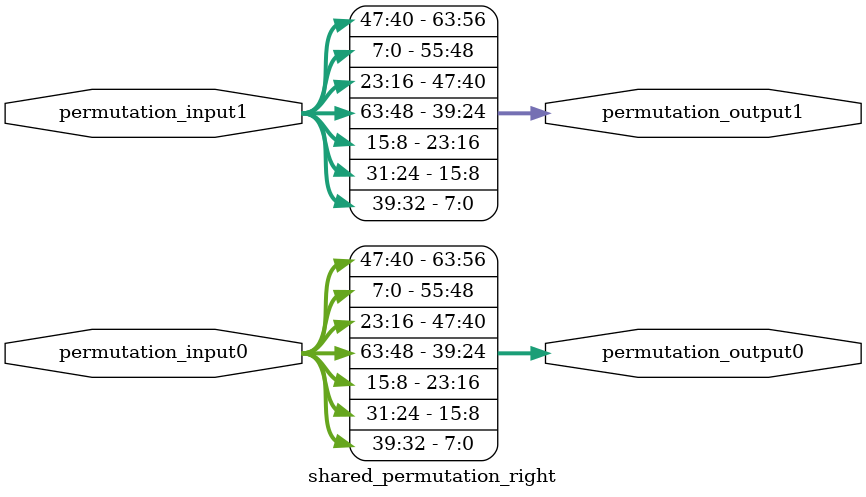
<source format=v>
`timescale 1ns / 1ps
module shared_permutation_right(
	input [63:0] permutation_input0,
	input [63:0] permutation_input1,
	
    output [63:0] permutation_output0,
    output [63:0] permutation_output1
    );
	
	assign permutation_output0 = {permutation_input0[47:40],
                                  permutation_input0[07:00],
                                  permutation_input0[23:16],
                                  permutation_input0[63:56],
                                  permutation_input0[55:48],
                                  permutation_input0[15:08],
                                  permutation_input0[31:24],
                                  permutation_input0[39:32]
    };
	
	assign permutation_output1 = {permutation_input1[47:40],
                                  permutation_input1[07:00],
                                  permutation_input1[23:16],
                                  permutation_input1[63:56],
                                  permutation_input1[55:48],
                                  permutation_input1[15:08],
                                  permutation_input1[31:24],
                                  permutation_input1[39:32]
    };
	
endmodule
</source>
